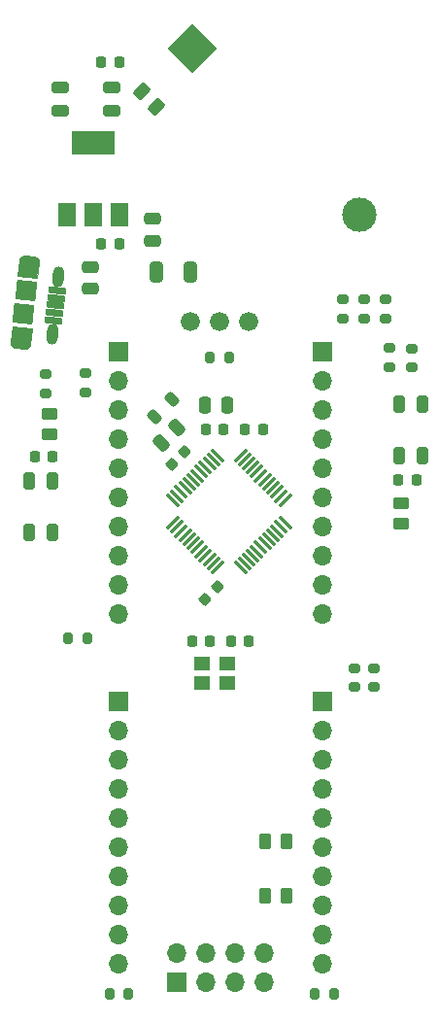
<source format=gbr>
%TF.GenerationSoftware,KiCad,Pcbnew,7.0.8*%
%TF.CreationDate,2024-06-06T10:31:46+02:00*%
%TF.ProjectId,BeerBoard,42656572-426f-4617-9264-2e6b69636164,rev?*%
%TF.SameCoordinates,Original*%
%TF.FileFunction,Soldermask,Top*%
%TF.FilePolarity,Negative*%
%FSLAX46Y46*%
G04 Gerber Fmt 4.6, Leading zero omitted, Abs format (unit mm)*
G04 Created by KiCad (PCBNEW 7.0.8) date 2024-06-06 10:31:46*
%MOMM*%
%LPD*%
G01*
G04 APERTURE LIST*
G04 Aperture macros list*
%AMRoundRect*
0 Rectangle with rounded corners*
0 $1 Rounding radius*
0 $2 $3 $4 $5 $6 $7 $8 $9 X,Y pos of 4 corners*
0 Add a 4 corners polygon primitive as box body*
4,1,4,$2,$3,$4,$5,$6,$7,$8,$9,$2,$3,0*
0 Add four circle primitives for the rounded corners*
1,1,$1+$1,$2,$3*
1,1,$1+$1,$4,$5*
1,1,$1+$1,$6,$7*
1,1,$1+$1,$8,$9*
0 Add four rect primitives between the rounded corners*
20,1,$1+$1,$2,$3,$4,$5,0*
20,1,$1+$1,$4,$5,$6,$7,0*
20,1,$1+$1,$6,$7,$8,$9,0*
20,1,$1+$1,$8,$9,$2,$3,0*%
%AMHorizOval*
0 Thick line with rounded ends*
0 $1 width*
0 $2 $3 position (X,Y) of the first rounded end (center of the circle)*
0 $4 $5 position (X,Y) of the second rounded end (center of the circle)*
0 Add line between two ends*
20,1,$1,$2,$3,$4,$5,0*
0 Add two circle primitives to create the rounded ends*
1,1,$1,$2,$3*
1,1,$1,$4,$5*%
%AMRotRect*
0 Rectangle, with rotation*
0 The origin of the aperture is its center*
0 $1 length*
0 $2 width*
0 $3 Rotation angle, in degrees counterclockwise*
0 Add horizontal line*
21,1,$1,$2,0,0,$3*%
G04 Aperture macros list end*
%ADD10C,0.010000*%
%ADD11RoundRect,0.250000X-0.250000X0.500000X-0.250000X-0.500000X0.250000X-0.500000X0.250000X0.500000X0*%
%ADD12RoundRect,0.225000X-0.225000X-0.250000X0.225000X-0.250000X0.225000X0.250000X-0.225000X0.250000X0*%
%ADD13RoundRect,0.225000X0.225000X0.250000X-0.225000X0.250000X-0.225000X-0.250000X0.225000X-0.250000X0*%
%ADD14RotRect,3.000000X3.000000X315.000000*%
%ADD15C,3.000000*%
%ADD16RoundRect,0.225000X-0.017678X0.335876X-0.335876X0.017678X0.017678X-0.335876X0.335876X-0.017678X0*%
%ADD17RoundRect,0.200000X-0.275000X0.200000X-0.275000X-0.200000X0.275000X-0.200000X0.275000X0.200000X0*%
%ADD18RoundRect,0.250000X0.262500X0.450000X-0.262500X0.450000X-0.262500X-0.450000X0.262500X-0.450000X0*%
%ADD19RoundRect,0.250000X0.450000X-0.262500X0.450000X0.262500X-0.450000X0.262500X-0.450000X-0.262500X0*%
%ADD20RoundRect,0.250000X-0.500000X-0.250000X0.500000X-0.250000X0.500000X0.250000X-0.500000X0.250000X0*%
%ADD21RoundRect,0.102000X-0.650397X0.269461X-0.692208X-0.128348X0.650397X-0.269461X0.692208X0.128348X0*%
%ADD22HorizOval,0.954000X-0.372946X0.039198X0.372946X-0.039198X0*%
%ADD23HorizOval,1.004000X-0.041811X-0.397809X0.041811X0.397809X0*%
%ADD24RoundRect,0.102000X-0.692358X0.826901X-0.849151X-0.664882X0.692358X-0.826901X0.849151X0.664882X0*%
%ADD25R,1.700000X1.700000*%
%ADD26O,1.700000X1.700000*%
%ADD27RoundRect,0.075000X-0.521491X0.415425X0.415425X-0.521491X0.521491X-0.415425X-0.415425X0.521491X0*%
%ADD28RoundRect,0.075000X-0.521491X-0.415425X-0.415425X-0.521491X0.521491X0.415425X0.415425X0.521491X0*%
%ADD29RoundRect,0.218750X-0.114905X0.424264X-0.424264X0.114905X0.114905X-0.424264X0.424264X-0.114905X0*%
%ADD30RoundRect,0.200000X0.200000X0.275000X-0.200000X0.275000X-0.200000X-0.275000X0.200000X-0.275000X0*%
%ADD31C,1.676400*%
%ADD32R,1.500000X2.000000*%
%ADD33R,3.800000X2.000000*%
%ADD34RoundRect,0.250000X0.159099X-0.512652X0.512652X-0.159099X-0.159099X0.512652X-0.512652X0.159099X0*%
%ADD35RoundRect,0.250000X-0.475000X0.250000X-0.475000X-0.250000X0.475000X-0.250000X0.475000X0.250000X0*%
%ADD36R,1.400000X1.200000*%
%ADD37RoundRect,0.250000X-0.503814X-0.132583X-0.132583X-0.503814X0.503814X0.132583X0.132583X0.503814X0*%
%ADD38RoundRect,0.250000X0.325000X0.650000X-0.325000X0.650000X-0.325000X-0.650000X0.325000X-0.650000X0*%
%ADD39RoundRect,0.200000X-0.200000X-0.275000X0.200000X-0.275000X0.200000X0.275000X-0.200000X0.275000X0*%
%ADD40RoundRect,0.225000X0.017678X-0.335876X0.335876X-0.017678X-0.017678X0.335876X-0.335876X0.017678X0*%
%ADD41RoundRect,0.250000X0.475000X-0.250000X0.475000X0.250000X-0.475000X0.250000X-0.475000X-0.250000X0*%
%ADD42RoundRect,0.250000X-0.250000X-0.475000X0.250000X-0.475000X0.250000X0.475000X-0.250000X0.475000X0*%
G04 APERTURE END LIST*
%TO.C,J3*%
D10*
X117577380Y-94440316D02*
X117603342Y-94442039D01*
X118349233Y-94520435D01*
X118374986Y-94524147D01*
X118400635Y-94528854D01*
X118426179Y-94534555D01*
X118451514Y-94542246D01*
X118475750Y-94550826D01*
X118500876Y-94560506D01*
X118523803Y-94571965D01*
X118546627Y-94584419D01*
X118569345Y-94597867D01*
X118590860Y-94613200D01*
X118611276Y-94629423D01*
X118631693Y-94645646D01*
X118650905Y-94663754D01*
X118669019Y-94682751D01*
X118686033Y-94702638D01*
X118701948Y-94723416D01*
X118716765Y-94745083D01*
X118730482Y-94767641D01*
X118742106Y-94790984D01*
X118753729Y-94814326D01*
X118764254Y-94838559D01*
X118772685Y-94863578D01*
X118780121Y-94888491D01*
X118786563Y-94913301D01*
X118790807Y-94939890D01*
X118794161Y-94965380D01*
X118796416Y-94991760D01*
X118796682Y-95017932D01*
X118795953Y-95043998D01*
X118794230Y-95069960D01*
X118653639Y-96407592D01*
X116913226Y-96224667D01*
X117053817Y-94887035D01*
X117057529Y-94861282D01*
X117062236Y-94835634D01*
X117067937Y-94810090D01*
X117075627Y-94784755D01*
X117084208Y-94760519D01*
X117093887Y-94735393D01*
X117105347Y-94712465D01*
X117117800Y-94689642D01*
X117131249Y-94666924D01*
X117146582Y-94645408D01*
X117162805Y-94624992D01*
X117179028Y-94604576D01*
X117197135Y-94585364D01*
X117216133Y-94567250D01*
X117236020Y-94550236D01*
X117256797Y-94534321D01*
X117278465Y-94519504D01*
X117301022Y-94505787D01*
X117324365Y-94494163D01*
X117347708Y-94482540D01*
X117371941Y-94472015D01*
X117396959Y-94463584D01*
X117421873Y-94456147D01*
X117446682Y-94449705D01*
X117473272Y-94445461D01*
X117498762Y-94442108D01*
X117525142Y-94439853D01*
X117551313Y-94439587D01*
X117577380Y-94440316D01*
G36*
X117577380Y-94440316D02*
G01*
X117603342Y-94442039D01*
X118349233Y-94520435D01*
X118374986Y-94524147D01*
X118400635Y-94528854D01*
X118426179Y-94534555D01*
X118451514Y-94542246D01*
X118475750Y-94550826D01*
X118500876Y-94560506D01*
X118523803Y-94571965D01*
X118546627Y-94584419D01*
X118569345Y-94597867D01*
X118590860Y-94613200D01*
X118611276Y-94629423D01*
X118631693Y-94645646D01*
X118650905Y-94663754D01*
X118669019Y-94682751D01*
X118686033Y-94702638D01*
X118701948Y-94723416D01*
X118716765Y-94745083D01*
X118730482Y-94767641D01*
X118742106Y-94790984D01*
X118753729Y-94814326D01*
X118764254Y-94838559D01*
X118772685Y-94863578D01*
X118780121Y-94888491D01*
X118786563Y-94913301D01*
X118790807Y-94939890D01*
X118794161Y-94965380D01*
X118796416Y-94991760D01*
X118796682Y-95017932D01*
X118795953Y-95043998D01*
X118794230Y-95069960D01*
X118653639Y-96407592D01*
X116913226Y-96224667D01*
X117053817Y-94887035D01*
X117057529Y-94861282D01*
X117062236Y-94835634D01*
X117067937Y-94810090D01*
X117075627Y-94784755D01*
X117084208Y-94760519D01*
X117093887Y-94735393D01*
X117105347Y-94712465D01*
X117117800Y-94689642D01*
X117131249Y-94666924D01*
X117146582Y-94645408D01*
X117162805Y-94624992D01*
X117179028Y-94604576D01*
X117197135Y-94585364D01*
X117216133Y-94567250D01*
X117236020Y-94550236D01*
X117256797Y-94534321D01*
X117278465Y-94519504D01*
X117301022Y-94505787D01*
X117324365Y-94494163D01*
X117347708Y-94482540D01*
X117371941Y-94472015D01*
X117396959Y-94463584D01*
X117421873Y-94456147D01*
X117446682Y-94449705D01*
X117473272Y-94445461D01*
X117498762Y-94442108D01*
X117525142Y-94439853D01*
X117551313Y-94439587D01*
X117577380Y-94440316D01*
G37*
X118193714Y-100783489D02*
X118053123Y-102121121D01*
X118049411Y-102146874D01*
X118044704Y-102172522D01*
X118039003Y-102198066D01*
X118031313Y-102223401D01*
X118022732Y-102247637D01*
X118013053Y-102272763D01*
X118001593Y-102295691D01*
X117989140Y-102318514D01*
X117975691Y-102341232D01*
X117960358Y-102362748D01*
X117944135Y-102383164D01*
X117927912Y-102403580D01*
X117909805Y-102422792D01*
X117890807Y-102440906D01*
X117870920Y-102457920D01*
X117850143Y-102473835D01*
X117828475Y-102488652D01*
X117805918Y-102502369D01*
X117782575Y-102513993D01*
X117759232Y-102525616D01*
X117734999Y-102536141D01*
X117709981Y-102544572D01*
X117685067Y-102552009D01*
X117660258Y-102558451D01*
X117633668Y-102562695D01*
X117608178Y-102566048D01*
X117581798Y-102568303D01*
X117555627Y-102568569D01*
X117529560Y-102567840D01*
X117503598Y-102566117D01*
X116757707Y-102487721D01*
X116731954Y-102484009D01*
X116706305Y-102479302D01*
X116680761Y-102473601D01*
X116655426Y-102465910D01*
X116631190Y-102457330D01*
X116606064Y-102447650D01*
X116583137Y-102436191D01*
X116560313Y-102423737D01*
X116537595Y-102410289D01*
X116516080Y-102394956D01*
X116495664Y-102378733D01*
X116475247Y-102362510D01*
X116456035Y-102344402D01*
X116437921Y-102325405D01*
X116420907Y-102305518D01*
X116404992Y-102284740D01*
X116390175Y-102263073D01*
X116376458Y-102240515D01*
X116364834Y-102217172D01*
X116353211Y-102193830D01*
X116342686Y-102169597D01*
X116334255Y-102144578D01*
X116326819Y-102119665D01*
X116320377Y-102094855D01*
X116316133Y-102068266D01*
X116312779Y-102042776D01*
X116310524Y-102016396D01*
X116310258Y-101990224D01*
X116310987Y-101964158D01*
X116312710Y-101938196D01*
X116453301Y-100600564D01*
X118193714Y-100783489D01*
G36*
X118193714Y-100783489D02*
G01*
X118053123Y-102121121D01*
X118049411Y-102146874D01*
X118044704Y-102172522D01*
X118039003Y-102198066D01*
X118031313Y-102223401D01*
X118022732Y-102247637D01*
X118013053Y-102272763D01*
X118001593Y-102295691D01*
X117989140Y-102318514D01*
X117975691Y-102341232D01*
X117960358Y-102362748D01*
X117944135Y-102383164D01*
X117927912Y-102403580D01*
X117909805Y-102422792D01*
X117890807Y-102440906D01*
X117870920Y-102457920D01*
X117850143Y-102473835D01*
X117828475Y-102488652D01*
X117805918Y-102502369D01*
X117782575Y-102513993D01*
X117759232Y-102525616D01*
X117734999Y-102536141D01*
X117709981Y-102544572D01*
X117685067Y-102552009D01*
X117660258Y-102558451D01*
X117633668Y-102562695D01*
X117608178Y-102566048D01*
X117581798Y-102568303D01*
X117555627Y-102568569D01*
X117529560Y-102567840D01*
X117503598Y-102566117D01*
X116757707Y-102487721D01*
X116731954Y-102484009D01*
X116706305Y-102479302D01*
X116680761Y-102473601D01*
X116655426Y-102465910D01*
X116631190Y-102457330D01*
X116606064Y-102447650D01*
X116583137Y-102436191D01*
X116560313Y-102423737D01*
X116537595Y-102410289D01*
X116516080Y-102394956D01*
X116495664Y-102378733D01*
X116475247Y-102362510D01*
X116456035Y-102344402D01*
X116437921Y-102325405D01*
X116420907Y-102305518D01*
X116404992Y-102284740D01*
X116390175Y-102263073D01*
X116376458Y-102240515D01*
X116364834Y-102217172D01*
X116353211Y-102193830D01*
X116342686Y-102169597D01*
X116334255Y-102144578D01*
X116326819Y-102119665D01*
X116320377Y-102094855D01*
X116316133Y-102068266D01*
X116312779Y-102042776D01*
X116310524Y-102016396D01*
X116310258Y-101990224D01*
X116310987Y-101964158D01*
X116312710Y-101938196D01*
X116453301Y-100600564D01*
X118193714Y-100783489D01*
G37*
%TD*%
D11*
%TO.C,SW1*%
X152200000Y-107350000D03*
X152200000Y-111850000D03*
X150200000Y-107350000D03*
X150200000Y-111850000D03*
%TD*%
D12*
%TO.C,C13*%
X135525000Y-128062500D03*
X137075000Y-128062500D03*
%TD*%
%TO.C,C6*%
X133347500Y-109590000D03*
X134897500Y-109590000D03*
%TD*%
D13*
%TO.C,C14*%
X133700000Y-128062500D03*
X132150000Y-128062500D03*
%TD*%
D14*
%TO.C,BT1*%
X132200000Y-76400000D03*
D15*
X146688618Y-90888618D03*
%TD*%
D12*
%TO.C,C1*%
X150125000Y-114000000D03*
X151675000Y-114000000D03*
%TD*%
D16*
%TO.C,C8*%
X134384008Y-123303992D03*
X133287992Y-124400008D03*
%TD*%
D17*
%TO.C,R16*%
X146290000Y-130375000D03*
X146290000Y-132025000D03*
%TD*%
D18*
%TO.C,R3*%
X140362500Y-150200000D03*
X138537500Y-150200000D03*
%TD*%
D19*
%TO.C,R1*%
X150400000Y-117812500D03*
X150400000Y-115987500D03*
%TD*%
D20*
%TO.C,SW4*%
X120650000Y-79800000D03*
X125150000Y-79800000D03*
X120650000Y-81800000D03*
X125150000Y-81800000D03*
%TD*%
D21*
%TO.C,J3*%
X120349703Y-97490813D03*
X120281760Y-98137252D03*
X120213816Y-98783692D03*
X120145873Y-99430131D03*
X120077929Y-100076570D03*
D22*
X117921933Y-94998388D03*
D23*
X120500000Y-96300000D03*
D24*
X117657998Y-97509556D03*
X117448942Y-99498600D03*
D23*
X119977358Y-101272610D03*
D22*
X117185007Y-102009768D03*
%TD*%
D13*
%TO.C,C11*%
X125775000Y-93400000D03*
X124225000Y-93400000D03*
%TD*%
D25*
%TO.C,J5*%
X143500000Y-133300000D03*
D26*
X143500000Y-135840000D03*
X143500000Y-138380000D03*
X143500000Y-140920000D03*
X143500000Y-143460000D03*
X143500000Y-146000000D03*
X143500000Y-148540000D03*
X143500000Y-151080000D03*
X143500000Y-153620000D03*
X143500000Y-156160000D03*
%TD*%
D27*
%TO.C,U1*%
X134361212Y-111852124D03*
X134007658Y-112205678D03*
X133654105Y-112559231D03*
X133300551Y-112912785D03*
X132946998Y-113266338D03*
X132593445Y-113619891D03*
X132239891Y-113973445D03*
X131886338Y-114326998D03*
X131532785Y-114680551D03*
X131179231Y-115034105D03*
X130825678Y-115387658D03*
X130472124Y-115741212D03*
D28*
X130472124Y-117738788D03*
X130825678Y-118092342D03*
X131179231Y-118445895D03*
X131532785Y-118799449D03*
X131886338Y-119153002D03*
X132239891Y-119506555D03*
X132593445Y-119860109D03*
X132946998Y-120213662D03*
X133300551Y-120567215D03*
X133654105Y-120920769D03*
X134007658Y-121274322D03*
X134361212Y-121627876D03*
D27*
X136358788Y-121627876D03*
X136712342Y-121274322D03*
X137065895Y-120920769D03*
X137419449Y-120567215D03*
X137773002Y-120213662D03*
X138126555Y-119860109D03*
X138480109Y-119506555D03*
X138833662Y-119153002D03*
X139187215Y-118799449D03*
X139540769Y-118445895D03*
X139894322Y-118092342D03*
X140247876Y-117738788D03*
D28*
X140247876Y-115741212D03*
X139894322Y-115387658D03*
X139540769Y-115034105D03*
X139187215Y-114680551D03*
X138833662Y-114326998D03*
X138480109Y-113973445D03*
X138126555Y-113619891D03*
X137773002Y-113266338D03*
X137419449Y-112912785D03*
X137065895Y-112559231D03*
X136712342Y-112205678D03*
X136358788Y-111852124D03*
%TD*%
D29*
%TO.C,FB1*%
X130377856Y-106968590D03*
X128875254Y-108471192D03*
%TD*%
D30*
%TO.C,R17*%
X144515000Y-158760000D03*
X142865000Y-158760000D03*
%TD*%
D31*
%TO.C,SW3*%
X131960000Y-100200000D03*
X134500000Y-100200000D03*
X137040000Y-100200000D03*
%TD*%
D30*
%TO.C,R13*%
X123005000Y-127760000D03*
X121355000Y-127760000D03*
%TD*%
D13*
%TO.C,C2*%
X119975000Y-111932000D03*
X118425000Y-111932000D03*
%TD*%
D17*
%TO.C,R12*%
X119390000Y-104765000D03*
X119390000Y-106415000D03*
%TD*%
D32*
%TO.C,U2*%
X121200000Y-90900000D03*
X123500000Y-90900000D03*
D33*
X123500000Y-84600000D03*
D32*
X125800000Y-90900000D03*
%TD*%
D34*
%TO.C,C10*%
X129454804Y-110791642D03*
X130798306Y-109448140D03*
%TD*%
D17*
%TO.C,R7*%
X148990000Y-98275000D03*
X148990000Y-99925000D03*
%TD*%
D35*
%TO.C,C4*%
X128725000Y-91250000D03*
X128725000Y-93150000D03*
%TD*%
D36*
%TO.C,Y1*%
X135225000Y-129962500D03*
X133025000Y-129962500D03*
X133025000Y-131662500D03*
X135225000Y-131662500D03*
%TD*%
D25*
%TO.C,J1*%
X125720000Y-102820000D03*
D26*
X125720000Y-105360000D03*
X125720000Y-107900000D03*
X125720000Y-110440000D03*
X125720000Y-112980000D03*
X125720000Y-115520000D03*
X125720000Y-118060000D03*
X125720000Y-120600000D03*
X125720000Y-123140000D03*
X125720000Y-125680000D03*
%TD*%
D17*
%TO.C,R15*%
X147980000Y-130385000D03*
X147980000Y-132035000D03*
%TD*%
D37*
%TO.C,R18*%
X127754765Y-80154765D03*
X129045235Y-81445235D03*
%TD*%
D19*
%TO.C,R2*%
X119700000Y-110044500D03*
X119700000Y-108219500D03*
%TD*%
D17*
%TO.C,R9*%
X151260000Y-102535000D03*
X151260000Y-104185000D03*
%TD*%
D38*
%TO.C,C12*%
X131975000Y-95900000D03*
X129025000Y-95900000D03*
%TD*%
D12*
%TO.C,C15*%
X124225000Y-77600000D03*
X125775000Y-77600000D03*
%TD*%
D18*
%TO.C,R4*%
X140362500Y-145500000D03*
X138537500Y-145500000D03*
%TD*%
D39*
%TO.C,R14*%
X124945000Y-158800000D03*
X126595000Y-158800000D03*
%TD*%
D25*
%TO.C,J4*%
X143500000Y-102820000D03*
D26*
X143500000Y-105360000D03*
X143500000Y-107900000D03*
X143500000Y-110440000D03*
X143500000Y-112980000D03*
X143500000Y-115520000D03*
X143500000Y-118060000D03*
X143500000Y-120600000D03*
X143500000Y-123140000D03*
X143500000Y-125680000D03*
%TD*%
D12*
%TO.C,C7*%
X136747500Y-109590000D03*
X138297500Y-109590000D03*
%TD*%
D25*
%TO.C,J6*%
X130800000Y-157770000D03*
D26*
X130800000Y-155230000D03*
X133340000Y-157770000D03*
X133340000Y-155230000D03*
X135880000Y-157770000D03*
X135880000Y-155230000D03*
X138420000Y-157770000D03*
X138420000Y-155230000D03*
%TD*%
D17*
%TO.C,R5*%
X145240000Y-98250000D03*
X145240000Y-99900000D03*
%TD*%
D11*
%TO.C,SW2*%
X119950000Y-114082000D03*
X119950000Y-118582000D03*
X117950000Y-114082000D03*
X117950000Y-118582000D03*
%TD*%
D40*
%TO.C,C9*%
X130378547Y-112667899D03*
X131474563Y-111571883D03*
%TD*%
D17*
%TO.C,R8*%
X149320000Y-102505000D03*
X149320000Y-104155000D03*
%TD*%
%TO.C,R11*%
X122810000Y-104705000D03*
X122810000Y-106355000D03*
%TD*%
D41*
%TO.C,C3*%
X123300000Y-97350000D03*
X123300000Y-95450000D03*
%TD*%
D25*
%TO.C,J2*%
X125720000Y-133300000D03*
D26*
X125720000Y-135840000D03*
X125720000Y-138380000D03*
X125720000Y-140920000D03*
X125720000Y-143460000D03*
X125720000Y-146000000D03*
X125720000Y-148540000D03*
X125720000Y-151080000D03*
X125720000Y-153620000D03*
X125720000Y-156160000D03*
%TD*%
D17*
%TO.C,R6*%
X147150000Y-98270000D03*
X147150000Y-99920000D03*
%TD*%
D30*
%TO.C,R10*%
X135365000Y-103320000D03*
X133715000Y-103320000D03*
%TD*%
D42*
%TO.C,C5*%
X133272500Y-107490000D03*
X135172500Y-107490000D03*
%TD*%
M02*

</source>
